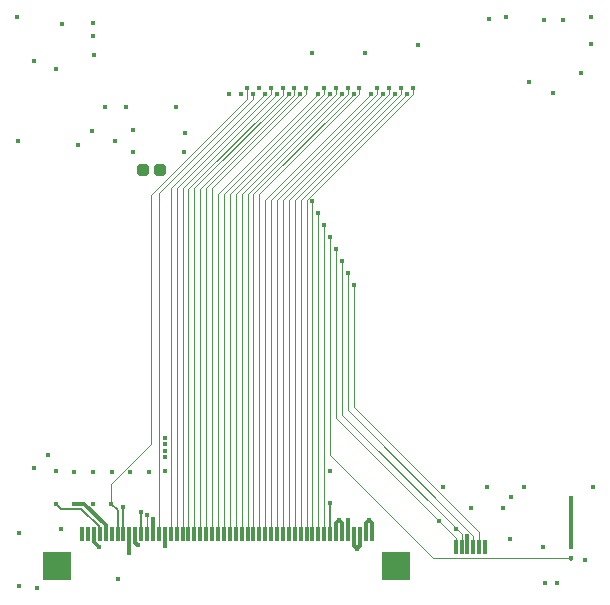
<source format=gbl>
G04*
G04 #@! TF.GenerationSoftware,Altium Limited,Altium Designer,19.0.11 (319)*
G04*
G04 Layer_Physical_Order=4*
G04 Layer_Color=16711680*
%FSLAX44Y44*%
%MOMM*%
G71*
G01*
G75*
%ADD11C,0.2000*%
%ADD15C,0.1000*%
%ADD32R,0.3000X1.2000*%
%ADD53C,0.3000*%
G04:AMPARAMS|DCode=54|XSize=1mm|YSize=1mm|CornerRadius=0.25mm|HoleSize=0mm|Usage=FLASHONLY|Rotation=0.000|XOffset=0mm|YOffset=0mm|HoleType=Round|Shape=RoundedRectangle|*
%AMROUNDEDRECTD54*
21,1,1.0000,0.5000,0,0,0.0*
21,1,0.5000,1.0000,0,0,0.0*
1,1,0.5000,0.2500,-0.2500*
1,1,0.5000,-0.2500,-0.2500*
1,1,0.5000,-0.2500,0.2500*
1,1,0.5000,0.2500,0.2500*
%
%ADD54ROUNDEDRECTD54*%
%ADD55C,0.4500*%
%ADD56R,0.3000X1.2500*%
G04:AMPARAMS|DCode=57|XSize=0.3mm|YSize=1.25mm|CornerRadius=0.075mm|HoleSize=0mm|Usage=FLASHONLY|Rotation=0.000|XOffset=0mm|YOffset=0mm|HoleType=Round|Shape=RoundedRectangle|*
%AMROUNDEDRECTD57*
21,1,0.3000,1.1000,0,0,0.0*
21,1,0.1500,1.2500,0,0,0.0*
1,1,0.1500,0.0750,-0.5500*
1,1,0.1500,-0.0750,-0.5500*
1,1,0.1500,-0.0750,0.5500*
1,1,0.1500,0.0750,0.5500*
%
%ADD57ROUNDEDRECTD57*%
%ADD58R,2.4000X2.4000*%
D11*
X112500Y54000D02*
Y73000D01*
X97250Y77000D02*
X97375Y76875D01*
Y54125D02*
Y76875D01*
Y54125D02*
X97500Y54000D01*
X92500D02*
Y74500D01*
X87000Y80000D02*
X92500Y74500D01*
X77500Y54000D02*
Y60250D01*
X61889Y75861D02*
X77500Y60250D01*
X44389Y75861D02*
X61889D01*
X40250Y80000D02*
X44389Y75861D01*
X272500Y54000D02*
Y80500D01*
Y54000D02*
X272500Y54000D01*
D15*
X257263Y336516D02*
X257500Y336279D01*
Y54000D02*
Y336279D01*
X121000Y131000D02*
Y341250D01*
X87000Y97000D02*
X121000Y131000D01*
X87000Y80000D02*
Y97000D01*
X202250Y422500D02*
Y432000D01*
X121000Y341250D02*
X202250Y422500D01*
X207250Y422500D02*
Y427000D01*
X127500Y342750D02*
X207250Y422500D01*
X127500Y342750D02*
X127500Y54000D01*
X398750Y43500D02*
Y56000D01*
X292500Y162250D02*
X398750Y56000D01*
X292500Y162250D02*
Y265000D01*
X393750Y43500D02*
Y52750D01*
X287500Y159000D02*
X393750Y52750D01*
X287500Y159000D02*
Y275250D01*
X383750Y43500D02*
Y54250D01*
X282500Y155500D02*
X383750Y54250D01*
X282500Y155500D02*
Y285500D01*
X242500Y337104D02*
X332250Y426854D01*
X242500Y54000D02*
Y337104D01*
X232500D02*
X322250Y426854D01*
X232500Y54000D02*
Y337104D01*
X212500Y342104D02*
X297250Y426854D01*
X212500Y54000D02*
Y342104D01*
X172500Y347104D02*
X252250Y426854D01*
X172500Y347104D02*
X172500Y54000D01*
X192500Y342104D02*
X277250Y426854D01*
X192500Y54000D02*
Y342104D01*
X378750Y43500D02*
Y51000D01*
X277500Y152250D02*
X378750Y51000D01*
X277500Y152250D02*
Y295500D01*
X332250Y426854D02*
Y432000D01*
X322250Y426854D02*
Y432000D01*
X297250Y426854D02*
Y432000D01*
X277250Y426854D02*
Y432000D01*
X252250Y426854D02*
Y432000D01*
X359750Y33750D02*
X476250D01*
X272500Y121000D02*
X359750Y33750D01*
X272500Y121000D02*
Y305750D01*
X267500Y54000D02*
Y316000D01*
X262500Y54000D02*
Y326250D01*
X342250Y426854D02*
Y432000D01*
X252500Y337104D02*
X342250Y426854D01*
X252500Y54000D02*
Y337104D01*
X312250Y426750D02*
Y432000D01*
X222500Y337000D02*
X312250Y426750D01*
X222500Y54000D02*
Y337000D01*
X267250Y426750D02*
Y432000D01*
X182500Y342000D02*
X267250Y426750D01*
X182500Y54000D02*
Y342000D01*
X242250Y426500D02*
Y432000D01*
X162500Y346750D02*
X242250Y426500D01*
X162500Y346750D02*
X162500Y54000D01*
X232250Y426500D02*
Y432000D01*
X152500Y346750D02*
X232250Y426500D01*
X152500Y346750D02*
X152500Y54000D01*
X222250Y426750D02*
Y432000D01*
X142500Y347000D02*
X222250Y426750D01*
X142500Y347000D02*
X142500Y54000D01*
X167500D02*
Y347250D01*
X247250Y427000D01*
X247500Y337250D02*
X337250Y427000D01*
X247500Y54000D02*
Y337250D01*
X237500D02*
X327250Y427000D01*
X237500Y54000D02*
Y337250D01*
X227639Y337389D02*
X317250Y427000D01*
X217500Y337250D02*
X307250Y427000D01*
X227639Y54139D02*
Y337389D01*
X217500Y54000D02*
Y337250D01*
X207500Y342250D02*
X292250Y427000D01*
X207500Y54000D02*
Y342250D01*
X287250Y426750D02*
Y432000D01*
X202500Y342000D02*
X287250Y426750D01*
X202500Y54000D02*
Y342000D01*
X197500Y342250D02*
X282250Y427000D01*
X197500Y54000D02*
Y342250D01*
X187500D02*
X272250Y427000D01*
X187500Y54000D02*
Y342250D01*
X177500Y342250D02*
X262250Y427000D01*
X177500Y54000D02*
Y342250D01*
X157500Y347250D02*
X237250Y427000D01*
X157500Y54000D02*
Y347250D01*
X147500D02*
X227250Y427000D01*
X147500Y54000D02*
Y347250D01*
X137500Y347250D02*
X217250Y427000D01*
X137500Y54000D02*
Y347250D01*
X117500Y54000D02*
Y70250D01*
Y54000D02*
X117500Y54000D01*
X217500Y54000D02*
X217500Y54000D01*
X227500D02*
X227639Y54139D01*
D32*
X307500Y54000D02*
D03*
X302500D02*
D03*
X297500D02*
D03*
X292500D02*
D03*
X287500D02*
D03*
X282500D02*
D03*
X277500D02*
D03*
X272500D02*
D03*
X267500D02*
D03*
X262500D02*
D03*
X257500D02*
D03*
X252500D02*
D03*
X247500D02*
D03*
X242500D02*
D03*
X237500D02*
D03*
X232500D02*
D03*
X227500D02*
D03*
X222500D02*
D03*
X217500D02*
D03*
X212500D02*
D03*
X207500D02*
D03*
X202500D02*
D03*
X197500D02*
D03*
X192500D02*
D03*
X187500D02*
D03*
X182500D02*
D03*
X177500D02*
D03*
X172500D02*
D03*
X167500D02*
D03*
X162500D02*
D03*
X157500D02*
D03*
X152500D02*
D03*
X147500D02*
D03*
X142500D02*
D03*
X137500D02*
D03*
X132500D02*
D03*
X127500D02*
D03*
X122500D02*
D03*
X117500D02*
D03*
X112500D02*
D03*
X107500D02*
D03*
X102500D02*
D03*
X97500D02*
D03*
X92500D02*
D03*
X87500D02*
D03*
X82500D02*
D03*
X77500D02*
D03*
X72500D02*
D03*
X67500D02*
D03*
X62500D02*
D03*
D53*
X388750Y43500D02*
Y52500D01*
X122500Y55012D02*
Y67000D01*
X287500Y54000D02*
Y66250D01*
X282500Y54000D02*
Y63344D01*
X280000Y65844D02*
X282500Y63344D01*
X277500Y54000D02*
Y63344D01*
X280000Y65844D01*
Y66250D01*
X476000Y33500D02*
X476250Y33750D01*
X292500Y44656D02*
Y54000D01*
Y44656D02*
X295000Y42156D01*
X297500Y44656D02*
Y54000D01*
X295000Y42156D02*
X297500Y44656D01*
X305000Y65844D02*
Y66250D01*
X302500Y63344D02*
X305000Y65844D01*
X302500Y54000D02*
Y63344D01*
X305000Y65844D02*
X307500Y63344D01*
Y54000D02*
Y63344D01*
X476250Y43250D02*
Y85250D01*
X132500Y44250D02*
X132500Y44250D01*
Y54000D01*
X72500Y47750D02*
Y54000D01*
Y47750D02*
X76500Y43750D01*
X107500Y47007D02*
X109755Y44752D01*
X102500Y38500D02*
X102500Y38500D01*
X82500Y54000D02*
Y61750D01*
X64250Y80000D02*
X82500Y61750D01*
X56000Y80000D02*
X64250D01*
X107500Y47007D02*
Y54000D01*
X102500Y38500D02*
Y54000D01*
D54*
X114000Y363000D02*
D03*
X128500D02*
D03*
D55*
X388750Y52500D02*
D03*
X34000Y121250D02*
D03*
X21500Y110000D02*
D03*
X8500Y387000D02*
D03*
X40502Y447772D02*
D03*
X302250Y462000D02*
D03*
X257250D02*
D03*
X272500Y108000D02*
D03*
X24000Y8750D02*
D03*
X9000Y10750D02*
D03*
X368375Y94132D02*
D03*
X379000Y59000D02*
D03*
X364250Y65500D02*
D03*
X59000Y384000D02*
D03*
X141750Y416250D02*
D03*
X292500Y265000D02*
D03*
X287500Y275250D02*
D03*
X282552Y285302D02*
D03*
X277500Y295500D02*
D03*
X272500Y305750D02*
D03*
X267500Y316000D02*
D03*
X262500Y326250D02*
D03*
X257263Y336516D02*
D03*
X187250Y427000D02*
D03*
X202250Y432000D02*
D03*
X197250Y427000D02*
D03*
X212250Y432000D02*
D03*
X207250Y427000D02*
D03*
X327250Y427000D02*
D03*
X317250D02*
D03*
X307250Y427000D02*
D03*
X312250Y432000D02*
D03*
X132500Y136000D02*
D03*
Y130500D02*
D03*
Y125000D02*
D03*
Y119500D02*
D03*
X133000Y108000D02*
D03*
X122500Y67000D02*
D03*
X117500Y70250D02*
D03*
X112500Y73000D02*
D03*
X97250Y77000D02*
D03*
X217250Y427000D02*
D03*
X227250Y427000D02*
D03*
X222250Y432000D02*
D03*
X237250Y427000D02*
D03*
X242250Y432000D02*
D03*
X232250D02*
D03*
X252250D02*
D03*
X247250Y427000D02*
D03*
X262250Y427000D02*
D03*
X272250Y427000D02*
D03*
X337250D02*
D03*
X332250Y432000D02*
D03*
X342250D02*
D03*
X322250D02*
D03*
X267250Y432000D02*
D03*
X277250Y432000D02*
D03*
X282250Y427000D02*
D03*
X287250Y432000D02*
D03*
X292250Y427000D02*
D03*
X297250Y432000D02*
D03*
X287500Y66250D02*
D03*
X280000D02*
D03*
X476250Y33750D02*
D03*
X454000Y13250D02*
D03*
X295000Y41750D02*
D03*
X305000Y66250D02*
D03*
X426000Y85750D02*
D03*
X436750Y94000D02*
D03*
X424500Y50500D02*
D03*
X476250Y85250D02*
D03*
Y43250D02*
D03*
X132500Y44250D02*
D03*
X464500Y13000D02*
D03*
X391500Y76000D02*
D03*
X419000D02*
D03*
X405000Y94000D02*
D03*
X494750D02*
D03*
X452500Y43250D02*
D03*
X488000Y32250D02*
D03*
X440750Y437250D02*
D03*
X149000Y377750D02*
D03*
X99750Y416250D02*
D03*
X82000Y416000D02*
D03*
X71000Y395250D02*
D03*
X347250Y468189D02*
D03*
X76500Y43750D02*
D03*
X44252Y58253D02*
D03*
X109755Y44752D02*
D03*
X102500Y38500D02*
D03*
X71750Y79750D02*
D03*
Y107250D02*
D03*
X56000D02*
D03*
X40250Y107500D02*
D03*
X87500Y107250D02*
D03*
X103250Y107000D02*
D03*
X272500Y80500D02*
D03*
X87000Y80000D02*
D03*
X56000D02*
D03*
X40250D02*
D03*
X92750Y16500D02*
D03*
X21500Y455250D02*
D03*
X72000Y487250D02*
D03*
X406750Y490750D02*
D03*
X72000Y475750D02*
D03*
X119000Y107250D02*
D03*
X72250Y460000D02*
D03*
X421500Y491750D02*
D03*
X453250Y489500D02*
D03*
X469250D02*
D03*
X493000Y492250D02*
D03*
X485250Y445000D02*
D03*
X493250Y469500D02*
D03*
X461250Y427750D02*
D03*
X9000Y55500D02*
D03*
X45750Y486250D02*
D03*
X149250Y393500D02*
D03*
X105250Y377750D02*
D03*
Y396750D02*
D03*
X90000Y387250D02*
D03*
X7500Y492250D02*
D03*
D56*
X378750Y43500D02*
D03*
D57*
X383750D02*
D03*
X388750D02*
D03*
X393750D02*
D03*
X398750D02*
D03*
X403750D02*
D03*
D58*
X328500Y27000D02*
D03*
X41500D02*
D03*
M02*

</source>
